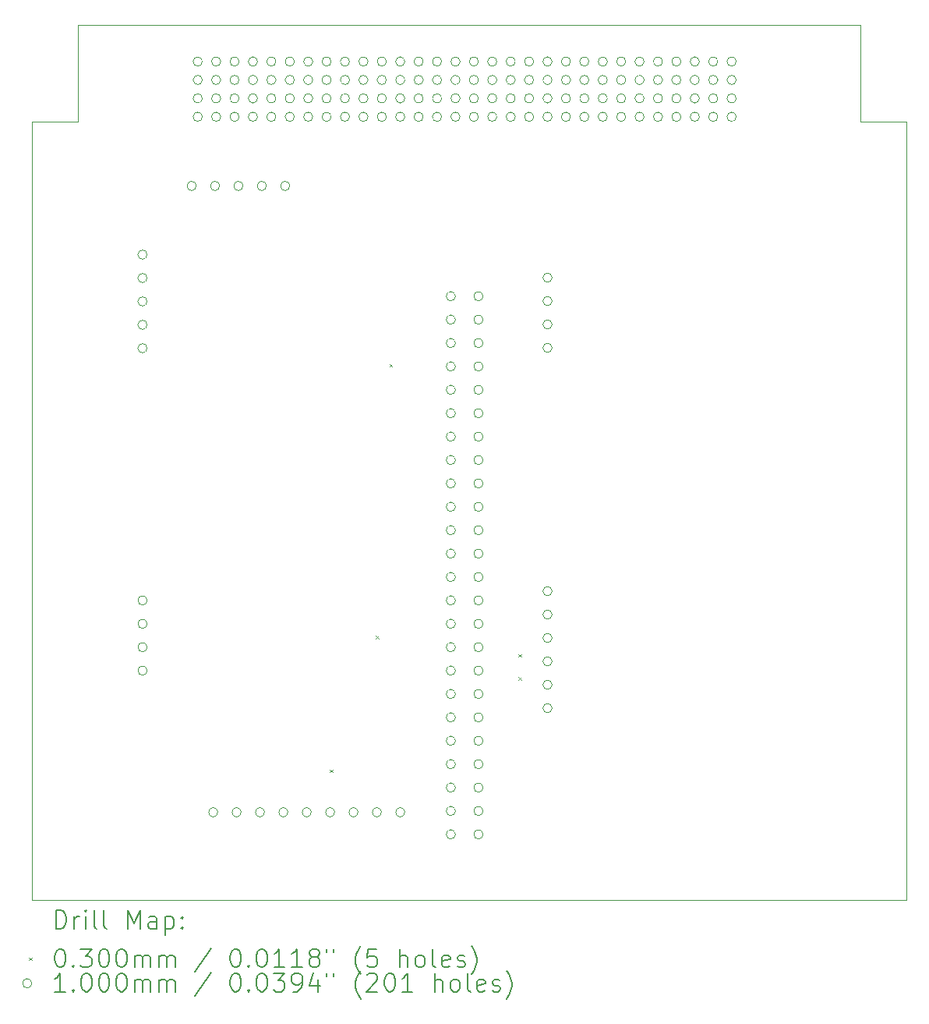
<source format=gbr>
%TF.GenerationSoftware,KiCad,Pcbnew,8.0.0*%
%TF.CreationDate,2025-01-17T00:29:13+02:00*%
%TF.ProjectId,diplomna_2024_sensors_pcb_layout,6469706c-6f6d-46e6-915f-323032345f73,rev?*%
%TF.SameCoordinates,Original*%
%TF.FileFunction,Drillmap*%
%TF.FilePolarity,Positive*%
%FSLAX45Y45*%
G04 Gerber Fmt 4.5, Leading zero omitted, Abs format (unit mm)*
G04 Created by KiCad (PCBNEW 8.0.0) date 2025-01-17 00:29:13*
%MOMM*%
%LPD*%
G01*
G04 APERTURE LIST*
%ADD10C,0.050000*%
%ADD11C,0.200000*%
%ADD12C,0.100000*%
G04 APERTURE END LIST*
D10*
X25200000Y-14550000D02*
X15700000Y-14550000D01*
X24700000Y-5050000D02*
X24700000Y-6100000D01*
X25200000Y-6100000D02*
X25200000Y-14550000D01*
X15700000Y-14550000D02*
X15700000Y-6100000D01*
X16200000Y-6100000D02*
X16200000Y-5050000D01*
X24700000Y-6100000D02*
X25200000Y-6100000D01*
X16200000Y-5050000D02*
X24700000Y-5050000D01*
X15700000Y-6100000D02*
X16200000Y-6100000D01*
D11*
D12*
X18935000Y-13135000D02*
X18965000Y-13165000D01*
X18965000Y-13135000D02*
X18935000Y-13165000D01*
X19435000Y-11685000D02*
X19465000Y-11715000D01*
X19465000Y-11685000D02*
X19435000Y-11715000D01*
X19585000Y-8735000D02*
X19615000Y-8765000D01*
X19615000Y-8735000D02*
X19585000Y-8765000D01*
X20985000Y-11885000D02*
X21015000Y-11915000D01*
X21015000Y-11885000D02*
X20985000Y-11915000D01*
X20985000Y-12135000D02*
X21015000Y-12165000D01*
X21015000Y-12135000D02*
X20985000Y-12165000D01*
X16950000Y-7546000D02*
G75*
G02*
X16850000Y-7546000I-50000J0D01*
G01*
X16850000Y-7546000D02*
G75*
G02*
X16950000Y-7546000I50000J0D01*
G01*
X16950000Y-7800000D02*
G75*
G02*
X16850000Y-7800000I-50000J0D01*
G01*
X16850000Y-7800000D02*
G75*
G02*
X16950000Y-7800000I50000J0D01*
G01*
X16950000Y-8054000D02*
G75*
G02*
X16850000Y-8054000I-50000J0D01*
G01*
X16850000Y-8054000D02*
G75*
G02*
X16950000Y-8054000I50000J0D01*
G01*
X16950000Y-8308000D02*
G75*
G02*
X16850000Y-8308000I-50000J0D01*
G01*
X16850000Y-8308000D02*
G75*
G02*
X16950000Y-8308000I50000J0D01*
G01*
X16950000Y-8562000D02*
G75*
G02*
X16850000Y-8562000I-50000J0D01*
G01*
X16850000Y-8562000D02*
G75*
G02*
X16950000Y-8562000I50000J0D01*
G01*
X16950000Y-11300000D02*
G75*
G02*
X16850000Y-11300000I-50000J0D01*
G01*
X16850000Y-11300000D02*
G75*
G02*
X16950000Y-11300000I50000J0D01*
G01*
X16950000Y-11554000D02*
G75*
G02*
X16850000Y-11554000I-50000J0D01*
G01*
X16850000Y-11554000D02*
G75*
G02*
X16950000Y-11554000I50000J0D01*
G01*
X16950000Y-11808000D02*
G75*
G02*
X16850000Y-11808000I-50000J0D01*
G01*
X16850000Y-11808000D02*
G75*
G02*
X16950000Y-11808000I50000J0D01*
G01*
X16950000Y-12062000D02*
G75*
G02*
X16850000Y-12062000I-50000J0D01*
G01*
X16850000Y-12062000D02*
G75*
G02*
X16950000Y-12062000I50000J0D01*
G01*
X17484000Y-6800000D02*
G75*
G02*
X17384000Y-6800000I-50000J0D01*
G01*
X17384000Y-6800000D02*
G75*
G02*
X17484000Y-6800000I50000J0D01*
G01*
X17550000Y-5450000D02*
G75*
G02*
X17450000Y-5450000I-50000J0D01*
G01*
X17450000Y-5450000D02*
G75*
G02*
X17550000Y-5450000I50000J0D01*
G01*
X17550000Y-5650000D02*
G75*
G02*
X17450000Y-5650000I-50000J0D01*
G01*
X17450000Y-5650000D02*
G75*
G02*
X17550000Y-5650000I50000J0D01*
G01*
X17550000Y-5850000D02*
G75*
G02*
X17450000Y-5850000I-50000J0D01*
G01*
X17450000Y-5850000D02*
G75*
G02*
X17550000Y-5850000I50000J0D01*
G01*
X17550000Y-6050000D02*
G75*
G02*
X17450000Y-6050000I-50000J0D01*
G01*
X17450000Y-6050000D02*
G75*
G02*
X17550000Y-6050000I50000J0D01*
G01*
X17718000Y-13600000D02*
G75*
G02*
X17618000Y-13600000I-50000J0D01*
G01*
X17618000Y-13600000D02*
G75*
G02*
X17718000Y-13600000I50000J0D01*
G01*
X17738000Y-6800000D02*
G75*
G02*
X17638000Y-6800000I-50000J0D01*
G01*
X17638000Y-6800000D02*
G75*
G02*
X17738000Y-6800000I50000J0D01*
G01*
X17750000Y-5450000D02*
G75*
G02*
X17650000Y-5450000I-50000J0D01*
G01*
X17650000Y-5450000D02*
G75*
G02*
X17750000Y-5450000I50000J0D01*
G01*
X17750000Y-5650000D02*
G75*
G02*
X17650000Y-5650000I-50000J0D01*
G01*
X17650000Y-5650000D02*
G75*
G02*
X17750000Y-5650000I50000J0D01*
G01*
X17750000Y-5850000D02*
G75*
G02*
X17650000Y-5850000I-50000J0D01*
G01*
X17650000Y-5850000D02*
G75*
G02*
X17750000Y-5850000I50000J0D01*
G01*
X17750000Y-6050000D02*
G75*
G02*
X17650000Y-6050000I-50000J0D01*
G01*
X17650000Y-6050000D02*
G75*
G02*
X17750000Y-6050000I50000J0D01*
G01*
X17950000Y-5450000D02*
G75*
G02*
X17850000Y-5450000I-50000J0D01*
G01*
X17850000Y-5450000D02*
G75*
G02*
X17950000Y-5450000I50000J0D01*
G01*
X17950000Y-5650000D02*
G75*
G02*
X17850000Y-5650000I-50000J0D01*
G01*
X17850000Y-5650000D02*
G75*
G02*
X17950000Y-5650000I50000J0D01*
G01*
X17950000Y-5850000D02*
G75*
G02*
X17850000Y-5850000I-50000J0D01*
G01*
X17850000Y-5850000D02*
G75*
G02*
X17950000Y-5850000I50000J0D01*
G01*
X17950000Y-6050000D02*
G75*
G02*
X17850000Y-6050000I-50000J0D01*
G01*
X17850000Y-6050000D02*
G75*
G02*
X17950000Y-6050000I50000J0D01*
G01*
X17972000Y-13600000D02*
G75*
G02*
X17872000Y-13600000I-50000J0D01*
G01*
X17872000Y-13600000D02*
G75*
G02*
X17972000Y-13600000I50000J0D01*
G01*
X17992000Y-6800000D02*
G75*
G02*
X17892000Y-6800000I-50000J0D01*
G01*
X17892000Y-6800000D02*
G75*
G02*
X17992000Y-6800000I50000J0D01*
G01*
X18150000Y-5450000D02*
G75*
G02*
X18050000Y-5450000I-50000J0D01*
G01*
X18050000Y-5450000D02*
G75*
G02*
X18150000Y-5450000I50000J0D01*
G01*
X18150000Y-5650000D02*
G75*
G02*
X18050000Y-5650000I-50000J0D01*
G01*
X18050000Y-5650000D02*
G75*
G02*
X18150000Y-5650000I50000J0D01*
G01*
X18150000Y-5850000D02*
G75*
G02*
X18050000Y-5850000I-50000J0D01*
G01*
X18050000Y-5850000D02*
G75*
G02*
X18150000Y-5850000I50000J0D01*
G01*
X18150000Y-6050000D02*
G75*
G02*
X18050000Y-6050000I-50000J0D01*
G01*
X18050000Y-6050000D02*
G75*
G02*
X18150000Y-6050000I50000J0D01*
G01*
X18226000Y-13600000D02*
G75*
G02*
X18126000Y-13600000I-50000J0D01*
G01*
X18126000Y-13600000D02*
G75*
G02*
X18226000Y-13600000I50000J0D01*
G01*
X18246000Y-6800000D02*
G75*
G02*
X18146000Y-6800000I-50000J0D01*
G01*
X18146000Y-6800000D02*
G75*
G02*
X18246000Y-6800000I50000J0D01*
G01*
X18350000Y-5450000D02*
G75*
G02*
X18250000Y-5450000I-50000J0D01*
G01*
X18250000Y-5450000D02*
G75*
G02*
X18350000Y-5450000I50000J0D01*
G01*
X18350000Y-5650000D02*
G75*
G02*
X18250000Y-5650000I-50000J0D01*
G01*
X18250000Y-5650000D02*
G75*
G02*
X18350000Y-5650000I50000J0D01*
G01*
X18350000Y-5850000D02*
G75*
G02*
X18250000Y-5850000I-50000J0D01*
G01*
X18250000Y-5850000D02*
G75*
G02*
X18350000Y-5850000I50000J0D01*
G01*
X18350000Y-6050000D02*
G75*
G02*
X18250000Y-6050000I-50000J0D01*
G01*
X18250000Y-6050000D02*
G75*
G02*
X18350000Y-6050000I50000J0D01*
G01*
X18480000Y-13600000D02*
G75*
G02*
X18380000Y-13600000I-50000J0D01*
G01*
X18380000Y-13600000D02*
G75*
G02*
X18480000Y-13600000I50000J0D01*
G01*
X18500000Y-6800000D02*
G75*
G02*
X18400000Y-6800000I-50000J0D01*
G01*
X18400000Y-6800000D02*
G75*
G02*
X18500000Y-6800000I50000J0D01*
G01*
X18550000Y-5450000D02*
G75*
G02*
X18450000Y-5450000I-50000J0D01*
G01*
X18450000Y-5450000D02*
G75*
G02*
X18550000Y-5450000I50000J0D01*
G01*
X18550000Y-5650000D02*
G75*
G02*
X18450000Y-5650000I-50000J0D01*
G01*
X18450000Y-5650000D02*
G75*
G02*
X18550000Y-5650000I50000J0D01*
G01*
X18550000Y-5850000D02*
G75*
G02*
X18450000Y-5850000I-50000J0D01*
G01*
X18450000Y-5850000D02*
G75*
G02*
X18550000Y-5850000I50000J0D01*
G01*
X18550000Y-6050000D02*
G75*
G02*
X18450000Y-6050000I-50000J0D01*
G01*
X18450000Y-6050000D02*
G75*
G02*
X18550000Y-6050000I50000J0D01*
G01*
X18734000Y-13600000D02*
G75*
G02*
X18634000Y-13600000I-50000J0D01*
G01*
X18634000Y-13600000D02*
G75*
G02*
X18734000Y-13600000I50000J0D01*
G01*
X18750000Y-5450000D02*
G75*
G02*
X18650000Y-5450000I-50000J0D01*
G01*
X18650000Y-5450000D02*
G75*
G02*
X18750000Y-5450000I50000J0D01*
G01*
X18750000Y-5650000D02*
G75*
G02*
X18650000Y-5650000I-50000J0D01*
G01*
X18650000Y-5650000D02*
G75*
G02*
X18750000Y-5650000I50000J0D01*
G01*
X18750000Y-5850000D02*
G75*
G02*
X18650000Y-5850000I-50000J0D01*
G01*
X18650000Y-5850000D02*
G75*
G02*
X18750000Y-5850000I50000J0D01*
G01*
X18750000Y-6050000D02*
G75*
G02*
X18650000Y-6050000I-50000J0D01*
G01*
X18650000Y-6050000D02*
G75*
G02*
X18750000Y-6050000I50000J0D01*
G01*
X18950000Y-5450000D02*
G75*
G02*
X18850000Y-5450000I-50000J0D01*
G01*
X18850000Y-5450000D02*
G75*
G02*
X18950000Y-5450000I50000J0D01*
G01*
X18950000Y-5650000D02*
G75*
G02*
X18850000Y-5650000I-50000J0D01*
G01*
X18850000Y-5650000D02*
G75*
G02*
X18950000Y-5650000I50000J0D01*
G01*
X18950000Y-5850000D02*
G75*
G02*
X18850000Y-5850000I-50000J0D01*
G01*
X18850000Y-5850000D02*
G75*
G02*
X18950000Y-5850000I50000J0D01*
G01*
X18950000Y-6050000D02*
G75*
G02*
X18850000Y-6050000I-50000J0D01*
G01*
X18850000Y-6050000D02*
G75*
G02*
X18950000Y-6050000I50000J0D01*
G01*
X18988000Y-13600000D02*
G75*
G02*
X18888000Y-13600000I-50000J0D01*
G01*
X18888000Y-13600000D02*
G75*
G02*
X18988000Y-13600000I50000J0D01*
G01*
X19150000Y-5450000D02*
G75*
G02*
X19050000Y-5450000I-50000J0D01*
G01*
X19050000Y-5450000D02*
G75*
G02*
X19150000Y-5450000I50000J0D01*
G01*
X19150000Y-5650000D02*
G75*
G02*
X19050000Y-5650000I-50000J0D01*
G01*
X19050000Y-5650000D02*
G75*
G02*
X19150000Y-5650000I50000J0D01*
G01*
X19150000Y-5850000D02*
G75*
G02*
X19050000Y-5850000I-50000J0D01*
G01*
X19050000Y-5850000D02*
G75*
G02*
X19150000Y-5850000I50000J0D01*
G01*
X19150000Y-6050000D02*
G75*
G02*
X19050000Y-6050000I-50000J0D01*
G01*
X19050000Y-6050000D02*
G75*
G02*
X19150000Y-6050000I50000J0D01*
G01*
X19242000Y-13600000D02*
G75*
G02*
X19142000Y-13600000I-50000J0D01*
G01*
X19142000Y-13600000D02*
G75*
G02*
X19242000Y-13600000I50000J0D01*
G01*
X19350000Y-5450000D02*
G75*
G02*
X19250000Y-5450000I-50000J0D01*
G01*
X19250000Y-5450000D02*
G75*
G02*
X19350000Y-5450000I50000J0D01*
G01*
X19350000Y-5650000D02*
G75*
G02*
X19250000Y-5650000I-50000J0D01*
G01*
X19250000Y-5650000D02*
G75*
G02*
X19350000Y-5650000I50000J0D01*
G01*
X19350000Y-5850000D02*
G75*
G02*
X19250000Y-5850000I-50000J0D01*
G01*
X19250000Y-5850000D02*
G75*
G02*
X19350000Y-5850000I50000J0D01*
G01*
X19350000Y-6050000D02*
G75*
G02*
X19250000Y-6050000I-50000J0D01*
G01*
X19250000Y-6050000D02*
G75*
G02*
X19350000Y-6050000I50000J0D01*
G01*
X19496000Y-13600000D02*
G75*
G02*
X19396000Y-13600000I-50000J0D01*
G01*
X19396000Y-13600000D02*
G75*
G02*
X19496000Y-13600000I50000J0D01*
G01*
X19550000Y-5450000D02*
G75*
G02*
X19450000Y-5450000I-50000J0D01*
G01*
X19450000Y-5450000D02*
G75*
G02*
X19550000Y-5450000I50000J0D01*
G01*
X19550000Y-5650000D02*
G75*
G02*
X19450000Y-5650000I-50000J0D01*
G01*
X19450000Y-5650000D02*
G75*
G02*
X19550000Y-5650000I50000J0D01*
G01*
X19550000Y-5850000D02*
G75*
G02*
X19450000Y-5850000I-50000J0D01*
G01*
X19450000Y-5850000D02*
G75*
G02*
X19550000Y-5850000I50000J0D01*
G01*
X19550000Y-6050000D02*
G75*
G02*
X19450000Y-6050000I-50000J0D01*
G01*
X19450000Y-6050000D02*
G75*
G02*
X19550000Y-6050000I50000J0D01*
G01*
X19750000Y-5450000D02*
G75*
G02*
X19650000Y-5450000I-50000J0D01*
G01*
X19650000Y-5450000D02*
G75*
G02*
X19750000Y-5450000I50000J0D01*
G01*
X19750000Y-5650000D02*
G75*
G02*
X19650000Y-5650000I-50000J0D01*
G01*
X19650000Y-5650000D02*
G75*
G02*
X19750000Y-5650000I50000J0D01*
G01*
X19750000Y-5850000D02*
G75*
G02*
X19650000Y-5850000I-50000J0D01*
G01*
X19650000Y-5850000D02*
G75*
G02*
X19750000Y-5850000I50000J0D01*
G01*
X19750000Y-6050000D02*
G75*
G02*
X19650000Y-6050000I-50000J0D01*
G01*
X19650000Y-6050000D02*
G75*
G02*
X19750000Y-6050000I50000J0D01*
G01*
X19750000Y-13600000D02*
G75*
G02*
X19650000Y-13600000I-50000J0D01*
G01*
X19650000Y-13600000D02*
G75*
G02*
X19750000Y-13600000I50000J0D01*
G01*
X19950000Y-5450000D02*
G75*
G02*
X19850000Y-5450000I-50000J0D01*
G01*
X19850000Y-5450000D02*
G75*
G02*
X19950000Y-5450000I50000J0D01*
G01*
X19950000Y-5650000D02*
G75*
G02*
X19850000Y-5650000I-50000J0D01*
G01*
X19850000Y-5650000D02*
G75*
G02*
X19950000Y-5650000I50000J0D01*
G01*
X19950000Y-5850000D02*
G75*
G02*
X19850000Y-5850000I-50000J0D01*
G01*
X19850000Y-5850000D02*
G75*
G02*
X19950000Y-5850000I50000J0D01*
G01*
X19950000Y-6050000D02*
G75*
G02*
X19850000Y-6050000I-50000J0D01*
G01*
X19850000Y-6050000D02*
G75*
G02*
X19950000Y-6050000I50000J0D01*
G01*
X20150000Y-5450000D02*
G75*
G02*
X20050000Y-5450000I-50000J0D01*
G01*
X20050000Y-5450000D02*
G75*
G02*
X20150000Y-5450000I50000J0D01*
G01*
X20150000Y-5650000D02*
G75*
G02*
X20050000Y-5650000I-50000J0D01*
G01*
X20050000Y-5650000D02*
G75*
G02*
X20150000Y-5650000I50000J0D01*
G01*
X20150000Y-5850000D02*
G75*
G02*
X20050000Y-5850000I-50000J0D01*
G01*
X20050000Y-5850000D02*
G75*
G02*
X20150000Y-5850000I50000J0D01*
G01*
X20150000Y-6050000D02*
G75*
G02*
X20050000Y-6050000I-50000J0D01*
G01*
X20050000Y-6050000D02*
G75*
G02*
X20150000Y-6050000I50000J0D01*
G01*
X20300000Y-7998000D02*
G75*
G02*
X20200000Y-7998000I-50000J0D01*
G01*
X20200000Y-7998000D02*
G75*
G02*
X20300000Y-7998000I50000J0D01*
G01*
X20300000Y-8252000D02*
G75*
G02*
X20200000Y-8252000I-50000J0D01*
G01*
X20200000Y-8252000D02*
G75*
G02*
X20300000Y-8252000I50000J0D01*
G01*
X20300000Y-8506000D02*
G75*
G02*
X20200000Y-8506000I-50000J0D01*
G01*
X20200000Y-8506000D02*
G75*
G02*
X20300000Y-8506000I50000J0D01*
G01*
X20300000Y-8760000D02*
G75*
G02*
X20200000Y-8760000I-50000J0D01*
G01*
X20200000Y-8760000D02*
G75*
G02*
X20300000Y-8760000I50000J0D01*
G01*
X20300000Y-9014000D02*
G75*
G02*
X20200000Y-9014000I-50000J0D01*
G01*
X20200000Y-9014000D02*
G75*
G02*
X20300000Y-9014000I50000J0D01*
G01*
X20300000Y-9268000D02*
G75*
G02*
X20200000Y-9268000I-50000J0D01*
G01*
X20200000Y-9268000D02*
G75*
G02*
X20300000Y-9268000I50000J0D01*
G01*
X20300000Y-9522000D02*
G75*
G02*
X20200000Y-9522000I-50000J0D01*
G01*
X20200000Y-9522000D02*
G75*
G02*
X20300000Y-9522000I50000J0D01*
G01*
X20300000Y-9776000D02*
G75*
G02*
X20200000Y-9776000I-50000J0D01*
G01*
X20200000Y-9776000D02*
G75*
G02*
X20300000Y-9776000I50000J0D01*
G01*
X20300000Y-10030000D02*
G75*
G02*
X20200000Y-10030000I-50000J0D01*
G01*
X20200000Y-10030000D02*
G75*
G02*
X20300000Y-10030000I50000J0D01*
G01*
X20300000Y-10284000D02*
G75*
G02*
X20200000Y-10284000I-50000J0D01*
G01*
X20200000Y-10284000D02*
G75*
G02*
X20300000Y-10284000I50000J0D01*
G01*
X20300000Y-10538000D02*
G75*
G02*
X20200000Y-10538000I-50000J0D01*
G01*
X20200000Y-10538000D02*
G75*
G02*
X20300000Y-10538000I50000J0D01*
G01*
X20300000Y-10792000D02*
G75*
G02*
X20200000Y-10792000I-50000J0D01*
G01*
X20200000Y-10792000D02*
G75*
G02*
X20300000Y-10792000I50000J0D01*
G01*
X20300000Y-11046000D02*
G75*
G02*
X20200000Y-11046000I-50000J0D01*
G01*
X20200000Y-11046000D02*
G75*
G02*
X20300000Y-11046000I50000J0D01*
G01*
X20300000Y-11300000D02*
G75*
G02*
X20200000Y-11300000I-50000J0D01*
G01*
X20200000Y-11300000D02*
G75*
G02*
X20300000Y-11300000I50000J0D01*
G01*
X20300000Y-11554000D02*
G75*
G02*
X20200000Y-11554000I-50000J0D01*
G01*
X20200000Y-11554000D02*
G75*
G02*
X20300000Y-11554000I50000J0D01*
G01*
X20300000Y-11808000D02*
G75*
G02*
X20200000Y-11808000I-50000J0D01*
G01*
X20200000Y-11808000D02*
G75*
G02*
X20300000Y-11808000I50000J0D01*
G01*
X20300000Y-12062000D02*
G75*
G02*
X20200000Y-12062000I-50000J0D01*
G01*
X20200000Y-12062000D02*
G75*
G02*
X20300000Y-12062000I50000J0D01*
G01*
X20300000Y-12316000D02*
G75*
G02*
X20200000Y-12316000I-50000J0D01*
G01*
X20200000Y-12316000D02*
G75*
G02*
X20300000Y-12316000I50000J0D01*
G01*
X20300000Y-12570000D02*
G75*
G02*
X20200000Y-12570000I-50000J0D01*
G01*
X20200000Y-12570000D02*
G75*
G02*
X20300000Y-12570000I50000J0D01*
G01*
X20300000Y-12824000D02*
G75*
G02*
X20200000Y-12824000I-50000J0D01*
G01*
X20200000Y-12824000D02*
G75*
G02*
X20300000Y-12824000I50000J0D01*
G01*
X20300000Y-13078000D02*
G75*
G02*
X20200000Y-13078000I-50000J0D01*
G01*
X20200000Y-13078000D02*
G75*
G02*
X20300000Y-13078000I50000J0D01*
G01*
X20300000Y-13332000D02*
G75*
G02*
X20200000Y-13332000I-50000J0D01*
G01*
X20200000Y-13332000D02*
G75*
G02*
X20300000Y-13332000I50000J0D01*
G01*
X20300000Y-13586000D02*
G75*
G02*
X20200000Y-13586000I-50000J0D01*
G01*
X20200000Y-13586000D02*
G75*
G02*
X20300000Y-13586000I50000J0D01*
G01*
X20300000Y-13840000D02*
G75*
G02*
X20200000Y-13840000I-50000J0D01*
G01*
X20200000Y-13840000D02*
G75*
G02*
X20300000Y-13840000I50000J0D01*
G01*
X20350000Y-5450000D02*
G75*
G02*
X20250000Y-5450000I-50000J0D01*
G01*
X20250000Y-5450000D02*
G75*
G02*
X20350000Y-5450000I50000J0D01*
G01*
X20350000Y-5650000D02*
G75*
G02*
X20250000Y-5650000I-50000J0D01*
G01*
X20250000Y-5650000D02*
G75*
G02*
X20350000Y-5650000I50000J0D01*
G01*
X20350000Y-5850000D02*
G75*
G02*
X20250000Y-5850000I-50000J0D01*
G01*
X20250000Y-5850000D02*
G75*
G02*
X20350000Y-5850000I50000J0D01*
G01*
X20350000Y-6050000D02*
G75*
G02*
X20250000Y-6050000I-50000J0D01*
G01*
X20250000Y-6050000D02*
G75*
G02*
X20350000Y-6050000I50000J0D01*
G01*
X20550000Y-5450000D02*
G75*
G02*
X20450000Y-5450000I-50000J0D01*
G01*
X20450000Y-5450000D02*
G75*
G02*
X20550000Y-5450000I50000J0D01*
G01*
X20550000Y-5650000D02*
G75*
G02*
X20450000Y-5650000I-50000J0D01*
G01*
X20450000Y-5650000D02*
G75*
G02*
X20550000Y-5650000I50000J0D01*
G01*
X20550000Y-5850000D02*
G75*
G02*
X20450000Y-5850000I-50000J0D01*
G01*
X20450000Y-5850000D02*
G75*
G02*
X20550000Y-5850000I50000J0D01*
G01*
X20550000Y-6050000D02*
G75*
G02*
X20450000Y-6050000I-50000J0D01*
G01*
X20450000Y-6050000D02*
G75*
G02*
X20550000Y-6050000I50000J0D01*
G01*
X20600000Y-7998000D02*
G75*
G02*
X20500000Y-7998000I-50000J0D01*
G01*
X20500000Y-7998000D02*
G75*
G02*
X20600000Y-7998000I50000J0D01*
G01*
X20600000Y-8252000D02*
G75*
G02*
X20500000Y-8252000I-50000J0D01*
G01*
X20500000Y-8252000D02*
G75*
G02*
X20600000Y-8252000I50000J0D01*
G01*
X20600000Y-8506000D02*
G75*
G02*
X20500000Y-8506000I-50000J0D01*
G01*
X20500000Y-8506000D02*
G75*
G02*
X20600000Y-8506000I50000J0D01*
G01*
X20600000Y-8760000D02*
G75*
G02*
X20500000Y-8760000I-50000J0D01*
G01*
X20500000Y-8760000D02*
G75*
G02*
X20600000Y-8760000I50000J0D01*
G01*
X20600000Y-9014000D02*
G75*
G02*
X20500000Y-9014000I-50000J0D01*
G01*
X20500000Y-9014000D02*
G75*
G02*
X20600000Y-9014000I50000J0D01*
G01*
X20600000Y-9268000D02*
G75*
G02*
X20500000Y-9268000I-50000J0D01*
G01*
X20500000Y-9268000D02*
G75*
G02*
X20600000Y-9268000I50000J0D01*
G01*
X20600000Y-9522000D02*
G75*
G02*
X20500000Y-9522000I-50000J0D01*
G01*
X20500000Y-9522000D02*
G75*
G02*
X20600000Y-9522000I50000J0D01*
G01*
X20600000Y-9776000D02*
G75*
G02*
X20500000Y-9776000I-50000J0D01*
G01*
X20500000Y-9776000D02*
G75*
G02*
X20600000Y-9776000I50000J0D01*
G01*
X20600000Y-10030000D02*
G75*
G02*
X20500000Y-10030000I-50000J0D01*
G01*
X20500000Y-10030000D02*
G75*
G02*
X20600000Y-10030000I50000J0D01*
G01*
X20600000Y-10284000D02*
G75*
G02*
X20500000Y-10284000I-50000J0D01*
G01*
X20500000Y-10284000D02*
G75*
G02*
X20600000Y-10284000I50000J0D01*
G01*
X20600000Y-10538000D02*
G75*
G02*
X20500000Y-10538000I-50000J0D01*
G01*
X20500000Y-10538000D02*
G75*
G02*
X20600000Y-10538000I50000J0D01*
G01*
X20600000Y-10792000D02*
G75*
G02*
X20500000Y-10792000I-50000J0D01*
G01*
X20500000Y-10792000D02*
G75*
G02*
X20600000Y-10792000I50000J0D01*
G01*
X20600000Y-11046000D02*
G75*
G02*
X20500000Y-11046000I-50000J0D01*
G01*
X20500000Y-11046000D02*
G75*
G02*
X20600000Y-11046000I50000J0D01*
G01*
X20600000Y-11300000D02*
G75*
G02*
X20500000Y-11300000I-50000J0D01*
G01*
X20500000Y-11300000D02*
G75*
G02*
X20600000Y-11300000I50000J0D01*
G01*
X20600000Y-11554000D02*
G75*
G02*
X20500000Y-11554000I-50000J0D01*
G01*
X20500000Y-11554000D02*
G75*
G02*
X20600000Y-11554000I50000J0D01*
G01*
X20600000Y-11808000D02*
G75*
G02*
X20500000Y-11808000I-50000J0D01*
G01*
X20500000Y-11808000D02*
G75*
G02*
X20600000Y-11808000I50000J0D01*
G01*
X20600000Y-12062000D02*
G75*
G02*
X20500000Y-12062000I-50000J0D01*
G01*
X20500000Y-12062000D02*
G75*
G02*
X20600000Y-12062000I50000J0D01*
G01*
X20600000Y-12316000D02*
G75*
G02*
X20500000Y-12316000I-50000J0D01*
G01*
X20500000Y-12316000D02*
G75*
G02*
X20600000Y-12316000I50000J0D01*
G01*
X20600000Y-12570000D02*
G75*
G02*
X20500000Y-12570000I-50000J0D01*
G01*
X20500000Y-12570000D02*
G75*
G02*
X20600000Y-12570000I50000J0D01*
G01*
X20600000Y-12824000D02*
G75*
G02*
X20500000Y-12824000I-50000J0D01*
G01*
X20500000Y-12824000D02*
G75*
G02*
X20600000Y-12824000I50000J0D01*
G01*
X20600000Y-13078000D02*
G75*
G02*
X20500000Y-13078000I-50000J0D01*
G01*
X20500000Y-13078000D02*
G75*
G02*
X20600000Y-13078000I50000J0D01*
G01*
X20600000Y-13332000D02*
G75*
G02*
X20500000Y-13332000I-50000J0D01*
G01*
X20500000Y-13332000D02*
G75*
G02*
X20600000Y-13332000I50000J0D01*
G01*
X20600000Y-13586000D02*
G75*
G02*
X20500000Y-13586000I-50000J0D01*
G01*
X20500000Y-13586000D02*
G75*
G02*
X20600000Y-13586000I50000J0D01*
G01*
X20600000Y-13840000D02*
G75*
G02*
X20500000Y-13840000I-50000J0D01*
G01*
X20500000Y-13840000D02*
G75*
G02*
X20600000Y-13840000I50000J0D01*
G01*
X20750000Y-5450000D02*
G75*
G02*
X20650000Y-5450000I-50000J0D01*
G01*
X20650000Y-5450000D02*
G75*
G02*
X20750000Y-5450000I50000J0D01*
G01*
X20750000Y-5650000D02*
G75*
G02*
X20650000Y-5650000I-50000J0D01*
G01*
X20650000Y-5650000D02*
G75*
G02*
X20750000Y-5650000I50000J0D01*
G01*
X20750000Y-5850000D02*
G75*
G02*
X20650000Y-5850000I-50000J0D01*
G01*
X20650000Y-5850000D02*
G75*
G02*
X20750000Y-5850000I50000J0D01*
G01*
X20750000Y-6050000D02*
G75*
G02*
X20650000Y-6050000I-50000J0D01*
G01*
X20650000Y-6050000D02*
G75*
G02*
X20750000Y-6050000I50000J0D01*
G01*
X20950000Y-5450000D02*
G75*
G02*
X20850000Y-5450000I-50000J0D01*
G01*
X20850000Y-5450000D02*
G75*
G02*
X20950000Y-5450000I50000J0D01*
G01*
X20950000Y-5650000D02*
G75*
G02*
X20850000Y-5650000I-50000J0D01*
G01*
X20850000Y-5650000D02*
G75*
G02*
X20950000Y-5650000I50000J0D01*
G01*
X20950000Y-5850000D02*
G75*
G02*
X20850000Y-5850000I-50000J0D01*
G01*
X20850000Y-5850000D02*
G75*
G02*
X20950000Y-5850000I50000J0D01*
G01*
X20950000Y-6050000D02*
G75*
G02*
X20850000Y-6050000I-50000J0D01*
G01*
X20850000Y-6050000D02*
G75*
G02*
X20950000Y-6050000I50000J0D01*
G01*
X21150000Y-5450000D02*
G75*
G02*
X21050000Y-5450000I-50000J0D01*
G01*
X21050000Y-5450000D02*
G75*
G02*
X21150000Y-5450000I50000J0D01*
G01*
X21150000Y-5650000D02*
G75*
G02*
X21050000Y-5650000I-50000J0D01*
G01*
X21050000Y-5650000D02*
G75*
G02*
X21150000Y-5650000I50000J0D01*
G01*
X21150000Y-5850000D02*
G75*
G02*
X21050000Y-5850000I-50000J0D01*
G01*
X21050000Y-5850000D02*
G75*
G02*
X21150000Y-5850000I50000J0D01*
G01*
X21150000Y-6050000D02*
G75*
G02*
X21050000Y-6050000I-50000J0D01*
G01*
X21050000Y-6050000D02*
G75*
G02*
X21150000Y-6050000I50000J0D01*
G01*
X21350000Y-5450000D02*
G75*
G02*
X21250000Y-5450000I-50000J0D01*
G01*
X21250000Y-5450000D02*
G75*
G02*
X21350000Y-5450000I50000J0D01*
G01*
X21350000Y-5650000D02*
G75*
G02*
X21250000Y-5650000I-50000J0D01*
G01*
X21250000Y-5650000D02*
G75*
G02*
X21350000Y-5650000I50000J0D01*
G01*
X21350000Y-5850000D02*
G75*
G02*
X21250000Y-5850000I-50000J0D01*
G01*
X21250000Y-5850000D02*
G75*
G02*
X21350000Y-5850000I50000J0D01*
G01*
X21350000Y-6050000D02*
G75*
G02*
X21250000Y-6050000I-50000J0D01*
G01*
X21250000Y-6050000D02*
G75*
G02*
X21350000Y-6050000I50000J0D01*
G01*
X21350000Y-7796000D02*
G75*
G02*
X21250000Y-7796000I-50000J0D01*
G01*
X21250000Y-7796000D02*
G75*
G02*
X21350000Y-7796000I50000J0D01*
G01*
X21350000Y-8050000D02*
G75*
G02*
X21250000Y-8050000I-50000J0D01*
G01*
X21250000Y-8050000D02*
G75*
G02*
X21350000Y-8050000I50000J0D01*
G01*
X21350000Y-8304000D02*
G75*
G02*
X21250000Y-8304000I-50000J0D01*
G01*
X21250000Y-8304000D02*
G75*
G02*
X21350000Y-8304000I50000J0D01*
G01*
X21350000Y-8558000D02*
G75*
G02*
X21250000Y-8558000I-50000J0D01*
G01*
X21250000Y-8558000D02*
G75*
G02*
X21350000Y-8558000I50000J0D01*
G01*
X21350000Y-11200000D02*
G75*
G02*
X21250000Y-11200000I-50000J0D01*
G01*
X21250000Y-11200000D02*
G75*
G02*
X21350000Y-11200000I50000J0D01*
G01*
X21350000Y-11454000D02*
G75*
G02*
X21250000Y-11454000I-50000J0D01*
G01*
X21250000Y-11454000D02*
G75*
G02*
X21350000Y-11454000I50000J0D01*
G01*
X21350000Y-11708000D02*
G75*
G02*
X21250000Y-11708000I-50000J0D01*
G01*
X21250000Y-11708000D02*
G75*
G02*
X21350000Y-11708000I50000J0D01*
G01*
X21350000Y-11962000D02*
G75*
G02*
X21250000Y-11962000I-50000J0D01*
G01*
X21250000Y-11962000D02*
G75*
G02*
X21350000Y-11962000I50000J0D01*
G01*
X21350000Y-12216000D02*
G75*
G02*
X21250000Y-12216000I-50000J0D01*
G01*
X21250000Y-12216000D02*
G75*
G02*
X21350000Y-12216000I50000J0D01*
G01*
X21350000Y-12470000D02*
G75*
G02*
X21250000Y-12470000I-50000J0D01*
G01*
X21250000Y-12470000D02*
G75*
G02*
X21350000Y-12470000I50000J0D01*
G01*
X21550000Y-5450000D02*
G75*
G02*
X21450000Y-5450000I-50000J0D01*
G01*
X21450000Y-5450000D02*
G75*
G02*
X21550000Y-5450000I50000J0D01*
G01*
X21550000Y-5650000D02*
G75*
G02*
X21450000Y-5650000I-50000J0D01*
G01*
X21450000Y-5650000D02*
G75*
G02*
X21550000Y-5650000I50000J0D01*
G01*
X21550000Y-5850000D02*
G75*
G02*
X21450000Y-5850000I-50000J0D01*
G01*
X21450000Y-5850000D02*
G75*
G02*
X21550000Y-5850000I50000J0D01*
G01*
X21550000Y-6050000D02*
G75*
G02*
X21450000Y-6050000I-50000J0D01*
G01*
X21450000Y-6050000D02*
G75*
G02*
X21550000Y-6050000I50000J0D01*
G01*
X21750000Y-5450000D02*
G75*
G02*
X21650000Y-5450000I-50000J0D01*
G01*
X21650000Y-5450000D02*
G75*
G02*
X21750000Y-5450000I50000J0D01*
G01*
X21750000Y-5650000D02*
G75*
G02*
X21650000Y-5650000I-50000J0D01*
G01*
X21650000Y-5650000D02*
G75*
G02*
X21750000Y-5650000I50000J0D01*
G01*
X21750000Y-5850000D02*
G75*
G02*
X21650000Y-5850000I-50000J0D01*
G01*
X21650000Y-5850000D02*
G75*
G02*
X21750000Y-5850000I50000J0D01*
G01*
X21750000Y-6050000D02*
G75*
G02*
X21650000Y-6050000I-50000J0D01*
G01*
X21650000Y-6050000D02*
G75*
G02*
X21750000Y-6050000I50000J0D01*
G01*
X21950000Y-5450000D02*
G75*
G02*
X21850000Y-5450000I-50000J0D01*
G01*
X21850000Y-5450000D02*
G75*
G02*
X21950000Y-5450000I50000J0D01*
G01*
X21950000Y-5650000D02*
G75*
G02*
X21850000Y-5650000I-50000J0D01*
G01*
X21850000Y-5650000D02*
G75*
G02*
X21950000Y-5650000I50000J0D01*
G01*
X21950000Y-5850000D02*
G75*
G02*
X21850000Y-5850000I-50000J0D01*
G01*
X21850000Y-5850000D02*
G75*
G02*
X21950000Y-5850000I50000J0D01*
G01*
X21950000Y-6050000D02*
G75*
G02*
X21850000Y-6050000I-50000J0D01*
G01*
X21850000Y-6050000D02*
G75*
G02*
X21950000Y-6050000I50000J0D01*
G01*
X22150000Y-5450000D02*
G75*
G02*
X22050000Y-5450000I-50000J0D01*
G01*
X22050000Y-5450000D02*
G75*
G02*
X22150000Y-5450000I50000J0D01*
G01*
X22150000Y-5650000D02*
G75*
G02*
X22050000Y-5650000I-50000J0D01*
G01*
X22050000Y-5650000D02*
G75*
G02*
X22150000Y-5650000I50000J0D01*
G01*
X22150000Y-5850000D02*
G75*
G02*
X22050000Y-5850000I-50000J0D01*
G01*
X22050000Y-5850000D02*
G75*
G02*
X22150000Y-5850000I50000J0D01*
G01*
X22150000Y-6050000D02*
G75*
G02*
X22050000Y-6050000I-50000J0D01*
G01*
X22050000Y-6050000D02*
G75*
G02*
X22150000Y-6050000I50000J0D01*
G01*
X22350000Y-5450000D02*
G75*
G02*
X22250000Y-5450000I-50000J0D01*
G01*
X22250000Y-5450000D02*
G75*
G02*
X22350000Y-5450000I50000J0D01*
G01*
X22350000Y-5650000D02*
G75*
G02*
X22250000Y-5650000I-50000J0D01*
G01*
X22250000Y-5650000D02*
G75*
G02*
X22350000Y-5650000I50000J0D01*
G01*
X22350000Y-5850000D02*
G75*
G02*
X22250000Y-5850000I-50000J0D01*
G01*
X22250000Y-5850000D02*
G75*
G02*
X22350000Y-5850000I50000J0D01*
G01*
X22350000Y-6050000D02*
G75*
G02*
X22250000Y-6050000I-50000J0D01*
G01*
X22250000Y-6050000D02*
G75*
G02*
X22350000Y-6050000I50000J0D01*
G01*
X22550000Y-5450000D02*
G75*
G02*
X22450000Y-5450000I-50000J0D01*
G01*
X22450000Y-5450000D02*
G75*
G02*
X22550000Y-5450000I50000J0D01*
G01*
X22550000Y-5650000D02*
G75*
G02*
X22450000Y-5650000I-50000J0D01*
G01*
X22450000Y-5650000D02*
G75*
G02*
X22550000Y-5650000I50000J0D01*
G01*
X22550000Y-5850000D02*
G75*
G02*
X22450000Y-5850000I-50000J0D01*
G01*
X22450000Y-5850000D02*
G75*
G02*
X22550000Y-5850000I50000J0D01*
G01*
X22550000Y-6050000D02*
G75*
G02*
X22450000Y-6050000I-50000J0D01*
G01*
X22450000Y-6050000D02*
G75*
G02*
X22550000Y-6050000I50000J0D01*
G01*
X22750000Y-5450000D02*
G75*
G02*
X22650000Y-5450000I-50000J0D01*
G01*
X22650000Y-5450000D02*
G75*
G02*
X22750000Y-5450000I50000J0D01*
G01*
X22750000Y-5650000D02*
G75*
G02*
X22650000Y-5650000I-50000J0D01*
G01*
X22650000Y-5650000D02*
G75*
G02*
X22750000Y-5650000I50000J0D01*
G01*
X22750000Y-5850000D02*
G75*
G02*
X22650000Y-5850000I-50000J0D01*
G01*
X22650000Y-5850000D02*
G75*
G02*
X22750000Y-5850000I50000J0D01*
G01*
X22750000Y-6050000D02*
G75*
G02*
X22650000Y-6050000I-50000J0D01*
G01*
X22650000Y-6050000D02*
G75*
G02*
X22750000Y-6050000I50000J0D01*
G01*
X22950000Y-5450000D02*
G75*
G02*
X22850000Y-5450000I-50000J0D01*
G01*
X22850000Y-5450000D02*
G75*
G02*
X22950000Y-5450000I50000J0D01*
G01*
X22950000Y-5650000D02*
G75*
G02*
X22850000Y-5650000I-50000J0D01*
G01*
X22850000Y-5650000D02*
G75*
G02*
X22950000Y-5650000I50000J0D01*
G01*
X22950000Y-5850000D02*
G75*
G02*
X22850000Y-5850000I-50000J0D01*
G01*
X22850000Y-5850000D02*
G75*
G02*
X22950000Y-5850000I50000J0D01*
G01*
X22950000Y-6050000D02*
G75*
G02*
X22850000Y-6050000I-50000J0D01*
G01*
X22850000Y-6050000D02*
G75*
G02*
X22950000Y-6050000I50000J0D01*
G01*
X23150000Y-5450000D02*
G75*
G02*
X23050000Y-5450000I-50000J0D01*
G01*
X23050000Y-5450000D02*
G75*
G02*
X23150000Y-5450000I50000J0D01*
G01*
X23150000Y-5650000D02*
G75*
G02*
X23050000Y-5650000I-50000J0D01*
G01*
X23050000Y-5650000D02*
G75*
G02*
X23150000Y-5650000I50000J0D01*
G01*
X23150000Y-5850000D02*
G75*
G02*
X23050000Y-5850000I-50000J0D01*
G01*
X23050000Y-5850000D02*
G75*
G02*
X23150000Y-5850000I50000J0D01*
G01*
X23150000Y-6050000D02*
G75*
G02*
X23050000Y-6050000I-50000J0D01*
G01*
X23050000Y-6050000D02*
G75*
G02*
X23150000Y-6050000I50000J0D01*
G01*
X23350000Y-5450000D02*
G75*
G02*
X23250000Y-5450000I-50000J0D01*
G01*
X23250000Y-5450000D02*
G75*
G02*
X23350000Y-5450000I50000J0D01*
G01*
X23350000Y-5650000D02*
G75*
G02*
X23250000Y-5650000I-50000J0D01*
G01*
X23250000Y-5650000D02*
G75*
G02*
X23350000Y-5650000I50000J0D01*
G01*
X23350000Y-5850000D02*
G75*
G02*
X23250000Y-5850000I-50000J0D01*
G01*
X23250000Y-5850000D02*
G75*
G02*
X23350000Y-5850000I50000J0D01*
G01*
X23350000Y-6050000D02*
G75*
G02*
X23250000Y-6050000I-50000J0D01*
G01*
X23250000Y-6050000D02*
G75*
G02*
X23350000Y-6050000I50000J0D01*
G01*
D11*
X15958277Y-14863984D02*
X15958277Y-14663984D01*
X15958277Y-14663984D02*
X16005896Y-14663984D01*
X16005896Y-14663984D02*
X16034467Y-14673508D01*
X16034467Y-14673508D02*
X16053515Y-14692555D01*
X16053515Y-14692555D02*
X16063039Y-14711603D01*
X16063039Y-14711603D02*
X16072562Y-14749698D01*
X16072562Y-14749698D02*
X16072562Y-14778269D01*
X16072562Y-14778269D02*
X16063039Y-14816365D01*
X16063039Y-14816365D02*
X16053515Y-14835412D01*
X16053515Y-14835412D02*
X16034467Y-14854460D01*
X16034467Y-14854460D02*
X16005896Y-14863984D01*
X16005896Y-14863984D02*
X15958277Y-14863984D01*
X16158277Y-14863984D02*
X16158277Y-14730650D01*
X16158277Y-14768746D02*
X16167801Y-14749698D01*
X16167801Y-14749698D02*
X16177324Y-14740174D01*
X16177324Y-14740174D02*
X16196372Y-14730650D01*
X16196372Y-14730650D02*
X16215420Y-14730650D01*
X16282086Y-14863984D02*
X16282086Y-14730650D01*
X16282086Y-14663984D02*
X16272562Y-14673508D01*
X16272562Y-14673508D02*
X16282086Y-14683031D01*
X16282086Y-14683031D02*
X16291610Y-14673508D01*
X16291610Y-14673508D02*
X16282086Y-14663984D01*
X16282086Y-14663984D02*
X16282086Y-14683031D01*
X16405896Y-14863984D02*
X16386848Y-14854460D01*
X16386848Y-14854460D02*
X16377324Y-14835412D01*
X16377324Y-14835412D02*
X16377324Y-14663984D01*
X16510658Y-14863984D02*
X16491610Y-14854460D01*
X16491610Y-14854460D02*
X16482086Y-14835412D01*
X16482086Y-14835412D02*
X16482086Y-14663984D01*
X16739229Y-14863984D02*
X16739229Y-14663984D01*
X16739229Y-14663984D02*
X16805896Y-14806841D01*
X16805896Y-14806841D02*
X16872563Y-14663984D01*
X16872563Y-14663984D02*
X16872563Y-14863984D01*
X17053515Y-14863984D02*
X17053515Y-14759222D01*
X17053515Y-14759222D02*
X17043991Y-14740174D01*
X17043991Y-14740174D02*
X17024944Y-14730650D01*
X17024944Y-14730650D02*
X16986848Y-14730650D01*
X16986848Y-14730650D02*
X16967801Y-14740174D01*
X17053515Y-14854460D02*
X17034467Y-14863984D01*
X17034467Y-14863984D02*
X16986848Y-14863984D01*
X16986848Y-14863984D02*
X16967801Y-14854460D01*
X16967801Y-14854460D02*
X16958277Y-14835412D01*
X16958277Y-14835412D02*
X16958277Y-14816365D01*
X16958277Y-14816365D02*
X16967801Y-14797317D01*
X16967801Y-14797317D02*
X16986848Y-14787793D01*
X16986848Y-14787793D02*
X17034467Y-14787793D01*
X17034467Y-14787793D02*
X17053515Y-14778269D01*
X17148753Y-14730650D02*
X17148753Y-14930650D01*
X17148753Y-14740174D02*
X17167801Y-14730650D01*
X17167801Y-14730650D02*
X17205896Y-14730650D01*
X17205896Y-14730650D02*
X17224944Y-14740174D01*
X17224944Y-14740174D02*
X17234467Y-14749698D01*
X17234467Y-14749698D02*
X17243991Y-14768746D01*
X17243991Y-14768746D02*
X17243991Y-14825888D01*
X17243991Y-14825888D02*
X17234467Y-14844936D01*
X17234467Y-14844936D02*
X17224944Y-14854460D01*
X17224944Y-14854460D02*
X17205896Y-14863984D01*
X17205896Y-14863984D02*
X17167801Y-14863984D01*
X17167801Y-14863984D02*
X17148753Y-14854460D01*
X17329705Y-14844936D02*
X17339229Y-14854460D01*
X17339229Y-14854460D02*
X17329705Y-14863984D01*
X17329705Y-14863984D02*
X17320182Y-14854460D01*
X17320182Y-14854460D02*
X17329705Y-14844936D01*
X17329705Y-14844936D02*
X17329705Y-14863984D01*
X17329705Y-14740174D02*
X17339229Y-14749698D01*
X17339229Y-14749698D02*
X17329705Y-14759222D01*
X17329705Y-14759222D02*
X17320182Y-14749698D01*
X17320182Y-14749698D02*
X17329705Y-14740174D01*
X17329705Y-14740174D02*
X17329705Y-14759222D01*
D12*
X15667500Y-15177500D02*
X15697500Y-15207500D01*
X15697500Y-15177500D02*
X15667500Y-15207500D01*
D11*
X15996372Y-15083984D02*
X16015420Y-15083984D01*
X16015420Y-15083984D02*
X16034467Y-15093508D01*
X16034467Y-15093508D02*
X16043991Y-15103031D01*
X16043991Y-15103031D02*
X16053515Y-15122079D01*
X16053515Y-15122079D02*
X16063039Y-15160174D01*
X16063039Y-15160174D02*
X16063039Y-15207793D01*
X16063039Y-15207793D02*
X16053515Y-15245888D01*
X16053515Y-15245888D02*
X16043991Y-15264936D01*
X16043991Y-15264936D02*
X16034467Y-15274460D01*
X16034467Y-15274460D02*
X16015420Y-15283984D01*
X16015420Y-15283984D02*
X15996372Y-15283984D01*
X15996372Y-15283984D02*
X15977324Y-15274460D01*
X15977324Y-15274460D02*
X15967801Y-15264936D01*
X15967801Y-15264936D02*
X15958277Y-15245888D01*
X15958277Y-15245888D02*
X15948753Y-15207793D01*
X15948753Y-15207793D02*
X15948753Y-15160174D01*
X15948753Y-15160174D02*
X15958277Y-15122079D01*
X15958277Y-15122079D02*
X15967801Y-15103031D01*
X15967801Y-15103031D02*
X15977324Y-15093508D01*
X15977324Y-15093508D02*
X15996372Y-15083984D01*
X16148753Y-15264936D02*
X16158277Y-15274460D01*
X16158277Y-15274460D02*
X16148753Y-15283984D01*
X16148753Y-15283984D02*
X16139229Y-15274460D01*
X16139229Y-15274460D02*
X16148753Y-15264936D01*
X16148753Y-15264936D02*
X16148753Y-15283984D01*
X16224943Y-15083984D02*
X16348753Y-15083984D01*
X16348753Y-15083984D02*
X16282086Y-15160174D01*
X16282086Y-15160174D02*
X16310658Y-15160174D01*
X16310658Y-15160174D02*
X16329705Y-15169698D01*
X16329705Y-15169698D02*
X16339229Y-15179222D01*
X16339229Y-15179222D02*
X16348753Y-15198269D01*
X16348753Y-15198269D02*
X16348753Y-15245888D01*
X16348753Y-15245888D02*
X16339229Y-15264936D01*
X16339229Y-15264936D02*
X16329705Y-15274460D01*
X16329705Y-15274460D02*
X16310658Y-15283984D01*
X16310658Y-15283984D02*
X16253515Y-15283984D01*
X16253515Y-15283984D02*
X16234467Y-15274460D01*
X16234467Y-15274460D02*
X16224943Y-15264936D01*
X16472562Y-15083984D02*
X16491610Y-15083984D01*
X16491610Y-15083984D02*
X16510658Y-15093508D01*
X16510658Y-15093508D02*
X16520182Y-15103031D01*
X16520182Y-15103031D02*
X16529705Y-15122079D01*
X16529705Y-15122079D02*
X16539229Y-15160174D01*
X16539229Y-15160174D02*
X16539229Y-15207793D01*
X16539229Y-15207793D02*
X16529705Y-15245888D01*
X16529705Y-15245888D02*
X16520182Y-15264936D01*
X16520182Y-15264936D02*
X16510658Y-15274460D01*
X16510658Y-15274460D02*
X16491610Y-15283984D01*
X16491610Y-15283984D02*
X16472562Y-15283984D01*
X16472562Y-15283984D02*
X16453515Y-15274460D01*
X16453515Y-15274460D02*
X16443991Y-15264936D01*
X16443991Y-15264936D02*
X16434467Y-15245888D01*
X16434467Y-15245888D02*
X16424943Y-15207793D01*
X16424943Y-15207793D02*
X16424943Y-15160174D01*
X16424943Y-15160174D02*
X16434467Y-15122079D01*
X16434467Y-15122079D02*
X16443991Y-15103031D01*
X16443991Y-15103031D02*
X16453515Y-15093508D01*
X16453515Y-15093508D02*
X16472562Y-15083984D01*
X16663039Y-15083984D02*
X16682086Y-15083984D01*
X16682086Y-15083984D02*
X16701134Y-15093508D01*
X16701134Y-15093508D02*
X16710658Y-15103031D01*
X16710658Y-15103031D02*
X16720182Y-15122079D01*
X16720182Y-15122079D02*
X16729705Y-15160174D01*
X16729705Y-15160174D02*
X16729705Y-15207793D01*
X16729705Y-15207793D02*
X16720182Y-15245888D01*
X16720182Y-15245888D02*
X16710658Y-15264936D01*
X16710658Y-15264936D02*
X16701134Y-15274460D01*
X16701134Y-15274460D02*
X16682086Y-15283984D01*
X16682086Y-15283984D02*
X16663039Y-15283984D01*
X16663039Y-15283984D02*
X16643991Y-15274460D01*
X16643991Y-15274460D02*
X16634467Y-15264936D01*
X16634467Y-15264936D02*
X16624943Y-15245888D01*
X16624943Y-15245888D02*
X16615420Y-15207793D01*
X16615420Y-15207793D02*
X16615420Y-15160174D01*
X16615420Y-15160174D02*
X16624943Y-15122079D01*
X16624943Y-15122079D02*
X16634467Y-15103031D01*
X16634467Y-15103031D02*
X16643991Y-15093508D01*
X16643991Y-15093508D02*
X16663039Y-15083984D01*
X16815420Y-15283984D02*
X16815420Y-15150650D01*
X16815420Y-15169698D02*
X16824944Y-15160174D01*
X16824944Y-15160174D02*
X16843991Y-15150650D01*
X16843991Y-15150650D02*
X16872563Y-15150650D01*
X16872563Y-15150650D02*
X16891610Y-15160174D01*
X16891610Y-15160174D02*
X16901134Y-15179222D01*
X16901134Y-15179222D02*
X16901134Y-15283984D01*
X16901134Y-15179222D02*
X16910658Y-15160174D01*
X16910658Y-15160174D02*
X16929705Y-15150650D01*
X16929705Y-15150650D02*
X16958277Y-15150650D01*
X16958277Y-15150650D02*
X16977325Y-15160174D01*
X16977325Y-15160174D02*
X16986848Y-15179222D01*
X16986848Y-15179222D02*
X16986848Y-15283984D01*
X17082086Y-15283984D02*
X17082086Y-15150650D01*
X17082086Y-15169698D02*
X17091610Y-15160174D01*
X17091610Y-15160174D02*
X17110658Y-15150650D01*
X17110658Y-15150650D02*
X17139229Y-15150650D01*
X17139229Y-15150650D02*
X17158277Y-15160174D01*
X17158277Y-15160174D02*
X17167801Y-15179222D01*
X17167801Y-15179222D02*
X17167801Y-15283984D01*
X17167801Y-15179222D02*
X17177325Y-15160174D01*
X17177325Y-15160174D02*
X17196372Y-15150650D01*
X17196372Y-15150650D02*
X17224944Y-15150650D01*
X17224944Y-15150650D02*
X17243991Y-15160174D01*
X17243991Y-15160174D02*
X17253515Y-15179222D01*
X17253515Y-15179222D02*
X17253515Y-15283984D01*
X17643991Y-15074460D02*
X17472563Y-15331603D01*
X17901134Y-15083984D02*
X17920182Y-15083984D01*
X17920182Y-15083984D02*
X17939229Y-15093508D01*
X17939229Y-15093508D02*
X17948753Y-15103031D01*
X17948753Y-15103031D02*
X17958277Y-15122079D01*
X17958277Y-15122079D02*
X17967801Y-15160174D01*
X17967801Y-15160174D02*
X17967801Y-15207793D01*
X17967801Y-15207793D02*
X17958277Y-15245888D01*
X17958277Y-15245888D02*
X17948753Y-15264936D01*
X17948753Y-15264936D02*
X17939229Y-15274460D01*
X17939229Y-15274460D02*
X17920182Y-15283984D01*
X17920182Y-15283984D02*
X17901134Y-15283984D01*
X17901134Y-15283984D02*
X17882087Y-15274460D01*
X17882087Y-15274460D02*
X17872563Y-15264936D01*
X17872563Y-15264936D02*
X17863039Y-15245888D01*
X17863039Y-15245888D02*
X17853515Y-15207793D01*
X17853515Y-15207793D02*
X17853515Y-15160174D01*
X17853515Y-15160174D02*
X17863039Y-15122079D01*
X17863039Y-15122079D02*
X17872563Y-15103031D01*
X17872563Y-15103031D02*
X17882087Y-15093508D01*
X17882087Y-15093508D02*
X17901134Y-15083984D01*
X18053515Y-15264936D02*
X18063039Y-15274460D01*
X18063039Y-15274460D02*
X18053515Y-15283984D01*
X18053515Y-15283984D02*
X18043991Y-15274460D01*
X18043991Y-15274460D02*
X18053515Y-15264936D01*
X18053515Y-15264936D02*
X18053515Y-15283984D01*
X18186848Y-15083984D02*
X18205896Y-15083984D01*
X18205896Y-15083984D02*
X18224944Y-15093508D01*
X18224944Y-15093508D02*
X18234468Y-15103031D01*
X18234468Y-15103031D02*
X18243991Y-15122079D01*
X18243991Y-15122079D02*
X18253515Y-15160174D01*
X18253515Y-15160174D02*
X18253515Y-15207793D01*
X18253515Y-15207793D02*
X18243991Y-15245888D01*
X18243991Y-15245888D02*
X18234468Y-15264936D01*
X18234468Y-15264936D02*
X18224944Y-15274460D01*
X18224944Y-15274460D02*
X18205896Y-15283984D01*
X18205896Y-15283984D02*
X18186848Y-15283984D01*
X18186848Y-15283984D02*
X18167801Y-15274460D01*
X18167801Y-15274460D02*
X18158277Y-15264936D01*
X18158277Y-15264936D02*
X18148753Y-15245888D01*
X18148753Y-15245888D02*
X18139229Y-15207793D01*
X18139229Y-15207793D02*
X18139229Y-15160174D01*
X18139229Y-15160174D02*
X18148753Y-15122079D01*
X18148753Y-15122079D02*
X18158277Y-15103031D01*
X18158277Y-15103031D02*
X18167801Y-15093508D01*
X18167801Y-15093508D02*
X18186848Y-15083984D01*
X18443991Y-15283984D02*
X18329706Y-15283984D01*
X18386848Y-15283984D02*
X18386848Y-15083984D01*
X18386848Y-15083984D02*
X18367801Y-15112555D01*
X18367801Y-15112555D02*
X18348753Y-15131603D01*
X18348753Y-15131603D02*
X18329706Y-15141127D01*
X18634468Y-15283984D02*
X18520182Y-15283984D01*
X18577325Y-15283984D02*
X18577325Y-15083984D01*
X18577325Y-15083984D02*
X18558277Y-15112555D01*
X18558277Y-15112555D02*
X18539229Y-15131603D01*
X18539229Y-15131603D02*
X18520182Y-15141127D01*
X18748753Y-15169698D02*
X18729706Y-15160174D01*
X18729706Y-15160174D02*
X18720182Y-15150650D01*
X18720182Y-15150650D02*
X18710658Y-15131603D01*
X18710658Y-15131603D02*
X18710658Y-15122079D01*
X18710658Y-15122079D02*
X18720182Y-15103031D01*
X18720182Y-15103031D02*
X18729706Y-15093508D01*
X18729706Y-15093508D02*
X18748753Y-15083984D01*
X18748753Y-15083984D02*
X18786849Y-15083984D01*
X18786849Y-15083984D02*
X18805896Y-15093508D01*
X18805896Y-15093508D02*
X18815420Y-15103031D01*
X18815420Y-15103031D02*
X18824944Y-15122079D01*
X18824944Y-15122079D02*
X18824944Y-15131603D01*
X18824944Y-15131603D02*
X18815420Y-15150650D01*
X18815420Y-15150650D02*
X18805896Y-15160174D01*
X18805896Y-15160174D02*
X18786849Y-15169698D01*
X18786849Y-15169698D02*
X18748753Y-15169698D01*
X18748753Y-15169698D02*
X18729706Y-15179222D01*
X18729706Y-15179222D02*
X18720182Y-15188746D01*
X18720182Y-15188746D02*
X18710658Y-15207793D01*
X18710658Y-15207793D02*
X18710658Y-15245888D01*
X18710658Y-15245888D02*
X18720182Y-15264936D01*
X18720182Y-15264936D02*
X18729706Y-15274460D01*
X18729706Y-15274460D02*
X18748753Y-15283984D01*
X18748753Y-15283984D02*
X18786849Y-15283984D01*
X18786849Y-15283984D02*
X18805896Y-15274460D01*
X18805896Y-15274460D02*
X18815420Y-15264936D01*
X18815420Y-15264936D02*
X18824944Y-15245888D01*
X18824944Y-15245888D02*
X18824944Y-15207793D01*
X18824944Y-15207793D02*
X18815420Y-15188746D01*
X18815420Y-15188746D02*
X18805896Y-15179222D01*
X18805896Y-15179222D02*
X18786849Y-15169698D01*
X18901134Y-15083984D02*
X18901134Y-15122079D01*
X18977325Y-15083984D02*
X18977325Y-15122079D01*
X19272563Y-15360174D02*
X19263039Y-15350650D01*
X19263039Y-15350650D02*
X19243991Y-15322079D01*
X19243991Y-15322079D02*
X19234468Y-15303031D01*
X19234468Y-15303031D02*
X19224944Y-15274460D01*
X19224944Y-15274460D02*
X19215420Y-15226841D01*
X19215420Y-15226841D02*
X19215420Y-15188746D01*
X19215420Y-15188746D02*
X19224944Y-15141127D01*
X19224944Y-15141127D02*
X19234468Y-15112555D01*
X19234468Y-15112555D02*
X19243991Y-15093508D01*
X19243991Y-15093508D02*
X19263039Y-15064936D01*
X19263039Y-15064936D02*
X19272563Y-15055412D01*
X19443991Y-15083984D02*
X19348753Y-15083984D01*
X19348753Y-15083984D02*
X19339230Y-15179222D01*
X19339230Y-15179222D02*
X19348753Y-15169698D01*
X19348753Y-15169698D02*
X19367801Y-15160174D01*
X19367801Y-15160174D02*
X19415420Y-15160174D01*
X19415420Y-15160174D02*
X19434468Y-15169698D01*
X19434468Y-15169698D02*
X19443991Y-15179222D01*
X19443991Y-15179222D02*
X19453515Y-15198269D01*
X19453515Y-15198269D02*
X19453515Y-15245888D01*
X19453515Y-15245888D02*
X19443991Y-15264936D01*
X19443991Y-15264936D02*
X19434468Y-15274460D01*
X19434468Y-15274460D02*
X19415420Y-15283984D01*
X19415420Y-15283984D02*
X19367801Y-15283984D01*
X19367801Y-15283984D02*
X19348753Y-15274460D01*
X19348753Y-15274460D02*
X19339230Y-15264936D01*
X19691611Y-15283984D02*
X19691611Y-15083984D01*
X19777325Y-15283984D02*
X19777325Y-15179222D01*
X19777325Y-15179222D02*
X19767801Y-15160174D01*
X19767801Y-15160174D02*
X19748753Y-15150650D01*
X19748753Y-15150650D02*
X19720182Y-15150650D01*
X19720182Y-15150650D02*
X19701134Y-15160174D01*
X19701134Y-15160174D02*
X19691611Y-15169698D01*
X19901134Y-15283984D02*
X19882087Y-15274460D01*
X19882087Y-15274460D02*
X19872563Y-15264936D01*
X19872563Y-15264936D02*
X19863039Y-15245888D01*
X19863039Y-15245888D02*
X19863039Y-15188746D01*
X19863039Y-15188746D02*
X19872563Y-15169698D01*
X19872563Y-15169698D02*
X19882087Y-15160174D01*
X19882087Y-15160174D02*
X19901134Y-15150650D01*
X19901134Y-15150650D02*
X19929706Y-15150650D01*
X19929706Y-15150650D02*
X19948753Y-15160174D01*
X19948753Y-15160174D02*
X19958277Y-15169698D01*
X19958277Y-15169698D02*
X19967801Y-15188746D01*
X19967801Y-15188746D02*
X19967801Y-15245888D01*
X19967801Y-15245888D02*
X19958277Y-15264936D01*
X19958277Y-15264936D02*
X19948753Y-15274460D01*
X19948753Y-15274460D02*
X19929706Y-15283984D01*
X19929706Y-15283984D02*
X19901134Y-15283984D01*
X20082087Y-15283984D02*
X20063039Y-15274460D01*
X20063039Y-15274460D02*
X20053515Y-15255412D01*
X20053515Y-15255412D02*
X20053515Y-15083984D01*
X20234468Y-15274460D02*
X20215420Y-15283984D01*
X20215420Y-15283984D02*
X20177325Y-15283984D01*
X20177325Y-15283984D02*
X20158277Y-15274460D01*
X20158277Y-15274460D02*
X20148753Y-15255412D01*
X20148753Y-15255412D02*
X20148753Y-15179222D01*
X20148753Y-15179222D02*
X20158277Y-15160174D01*
X20158277Y-15160174D02*
X20177325Y-15150650D01*
X20177325Y-15150650D02*
X20215420Y-15150650D01*
X20215420Y-15150650D02*
X20234468Y-15160174D01*
X20234468Y-15160174D02*
X20243992Y-15179222D01*
X20243992Y-15179222D02*
X20243992Y-15198269D01*
X20243992Y-15198269D02*
X20148753Y-15217317D01*
X20320182Y-15274460D02*
X20339230Y-15283984D01*
X20339230Y-15283984D02*
X20377325Y-15283984D01*
X20377325Y-15283984D02*
X20396373Y-15274460D01*
X20396373Y-15274460D02*
X20405896Y-15255412D01*
X20405896Y-15255412D02*
X20405896Y-15245888D01*
X20405896Y-15245888D02*
X20396373Y-15226841D01*
X20396373Y-15226841D02*
X20377325Y-15217317D01*
X20377325Y-15217317D02*
X20348753Y-15217317D01*
X20348753Y-15217317D02*
X20329706Y-15207793D01*
X20329706Y-15207793D02*
X20320182Y-15188746D01*
X20320182Y-15188746D02*
X20320182Y-15179222D01*
X20320182Y-15179222D02*
X20329706Y-15160174D01*
X20329706Y-15160174D02*
X20348753Y-15150650D01*
X20348753Y-15150650D02*
X20377325Y-15150650D01*
X20377325Y-15150650D02*
X20396373Y-15160174D01*
X20472563Y-15360174D02*
X20482087Y-15350650D01*
X20482087Y-15350650D02*
X20501134Y-15322079D01*
X20501134Y-15322079D02*
X20510658Y-15303031D01*
X20510658Y-15303031D02*
X20520182Y-15274460D01*
X20520182Y-15274460D02*
X20529706Y-15226841D01*
X20529706Y-15226841D02*
X20529706Y-15188746D01*
X20529706Y-15188746D02*
X20520182Y-15141127D01*
X20520182Y-15141127D02*
X20510658Y-15112555D01*
X20510658Y-15112555D02*
X20501134Y-15093508D01*
X20501134Y-15093508D02*
X20482087Y-15064936D01*
X20482087Y-15064936D02*
X20472563Y-15055412D01*
D12*
X15697500Y-15456500D02*
G75*
G02*
X15597500Y-15456500I-50000J0D01*
G01*
X15597500Y-15456500D02*
G75*
G02*
X15697500Y-15456500I50000J0D01*
G01*
D11*
X16063039Y-15547984D02*
X15948753Y-15547984D01*
X16005896Y-15547984D02*
X16005896Y-15347984D01*
X16005896Y-15347984D02*
X15986848Y-15376555D01*
X15986848Y-15376555D02*
X15967801Y-15395603D01*
X15967801Y-15395603D02*
X15948753Y-15405127D01*
X16148753Y-15528936D02*
X16158277Y-15538460D01*
X16158277Y-15538460D02*
X16148753Y-15547984D01*
X16148753Y-15547984D02*
X16139229Y-15538460D01*
X16139229Y-15538460D02*
X16148753Y-15528936D01*
X16148753Y-15528936D02*
X16148753Y-15547984D01*
X16282086Y-15347984D02*
X16301134Y-15347984D01*
X16301134Y-15347984D02*
X16320182Y-15357508D01*
X16320182Y-15357508D02*
X16329705Y-15367031D01*
X16329705Y-15367031D02*
X16339229Y-15386079D01*
X16339229Y-15386079D02*
X16348753Y-15424174D01*
X16348753Y-15424174D02*
X16348753Y-15471793D01*
X16348753Y-15471793D02*
X16339229Y-15509888D01*
X16339229Y-15509888D02*
X16329705Y-15528936D01*
X16329705Y-15528936D02*
X16320182Y-15538460D01*
X16320182Y-15538460D02*
X16301134Y-15547984D01*
X16301134Y-15547984D02*
X16282086Y-15547984D01*
X16282086Y-15547984D02*
X16263039Y-15538460D01*
X16263039Y-15538460D02*
X16253515Y-15528936D01*
X16253515Y-15528936D02*
X16243991Y-15509888D01*
X16243991Y-15509888D02*
X16234467Y-15471793D01*
X16234467Y-15471793D02*
X16234467Y-15424174D01*
X16234467Y-15424174D02*
X16243991Y-15386079D01*
X16243991Y-15386079D02*
X16253515Y-15367031D01*
X16253515Y-15367031D02*
X16263039Y-15357508D01*
X16263039Y-15357508D02*
X16282086Y-15347984D01*
X16472562Y-15347984D02*
X16491610Y-15347984D01*
X16491610Y-15347984D02*
X16510658Y-15357508D01*
X16510658Y-15357508D02*
X16520182Y-15367031D01*
X16520182Y-15367031D02*
X16529705Y-15386079D01*
X16529705Y-15386079D02*
X16539229Y-15424174D01*
X16539229Y-15424174D02*
X16539229Y-15471793D01*
X16539229Y-15471793D02*
X16529705Y-15509888D01*
X16529705Y-15509888D02*
X16520182Y-15528936D01*
X16520182Y-15528936D02*
X16510658Y-15538460D01*
X16510658Y-15538460D02*
X16491610Y-15547984D01*
X16491610Y-15547984D02*
X16472562Y-15547984D01*
X16472562Y-15547984D02*
X16453515Y-15538460D01*
X16453515Y-15538460D02*
X16443991Y-15528936D01*
X16443991Y-15528936D02*
X16434467Y-15509888D01*
X16434467Y-15509888D02*
X16424943Y-15471793D01*
X16424943Y-15471793D02*
X16424943Y-15424174D01*
X16424943Y-15424174D02*
X16434467Y-15386079D01*
X16434467Y-15386079D02*
X16443991Y-15367031D01*
X16443991Y-15367031D02*
X16453515Y-15357508D01*
X16453515Y-15357508D02*
X16472562Y-15347984D01*
X16663039Y-15347984D02*
X16682086Y-15347984D01*
X16682086Y-15347984D02*
X16701134Y-15357508D01*
X16701134Y-15357508D02*
X16710658Y-15367031D01*
X16710658Y-15367031D02*
X16720182Y-15386079D01*
X16720182Y-15386079D02*
X16729705Y-15424174D01*
X16729705Y-15424174D02*
X16729705Y-15471793D01*
X16729705Y-15471793D02*
X16720182Y-15509888D01*
X16720182Y-15509888D02*
X16710658Y-15528936D01*
X16710658Y-15528936D02*
X16701134Y-15538460D01*
X16701134Y-15538460D02*
X16682086Y-15547984D01*
X16682086Y-15547984D02*
X16663039Y-15547984D01*
X16663039Y-15547984D02*
X16643991Y-15538460D01*
X16643991Y-15538460D02*
X16634467Y-15528936D01*
X16634467Y-15528936D02*
X16624943Y-15509888D01*
X16624943Y-15509888D02*
X16615420Y-15471793D01*
X16615420Y-15471793D02*
X16615420Y-15424174D01*
X16615420Y-15424174D02*
X16624943Y-15386079D01*
X16624943Y-15386079D02*
X16634467Y-15367031D01*
X16634467Y-15367031D02*
X16643991Y-15357508D01*
X16643991Y-15357508D02*
X16663039Y-15347984D01*
X16815420Y-15547984D02*
X16815420Y-15414650D01*
X16815420Y-15433698D02*
X16824944Y-15424174D01*
X16824944Y-15424174D02*
X16843991Y-15414650D01*
X16843991Y-15414650D02*
X16872563Y-15414650D01*
X16872563Y-15414650D02*
X16891610Y-15424174D01*
X16891610Y-15424174D02*
X16901134Y-15443222D01*
X16901134Y-15443222D02*
X16901134Y-15547984D01*
X16901134Y-15443222D02*
X16910658Y-15424174D01*
X16910658Y-15424174D02*
X16929705Y-15414650D01*
X16929705Y-15414650D02*
X16958277Y-15414650D01*
X16958277Y-15414650D02*
X16977325Y-15424174D01*
X16977325Y-15424174D02*
X16986848Y-15443222D01*
X16986848Y-15443222D02*
X16986848Y-15547984D01*
X17082086Y-15547984D02*
X17082086Y-15414650D01*
X17082086Y-15433698D02*
X17091610Y-15424174D01*
X17091610Y-15424174D02*
X17110658Y-15414650D01*
X17110658Y-15414650D02*
X17139229Y-15414650D01*
X17139229Y-15414650D02*
X17158277Y-15424174D01*
X17158277Y-15424174D02*
X17167801Y-15443222D01*
X17167801Y-15443222D02*
X17167801Y-15547984D01*
X17167801Y-15443222D02*
X17177325Y-15424174D01*
X17177325Y-15424174D02*
X17196372Y-15414650D01*
X17196372Y-15414650D02*
X17224944Y-15414650D01*
X17224944Y-15414650D02*
X17243991Y-15424174D01*
X17243991Y-15424174D02*
X17253515Y-15443222D01*
X17253515Y-15443222D02*
X17253515Y-15547984D01*
X17643991Y-15338460D02*
X17472563Y-15595603D01*
X17901134Y-15347984D02*
X17920182Y-15347984D01*
X17920182Y-15347984D02*
X17939229Y-15357508D01*
X17939229Y-15357508D02*
X17948753Y-15367031D01*
X17948753Y-15367031D02*
X17958277Y-15386079D01*
X17958277Y-15386079D02*
X17967801Y-15424174D01*
X17967801Y-15424174D02*
X17967801Y-15471793D01*
X17967801Y-15471793D02*
X17958277Y-15509888D01*
X17958277Y-15509888D02*
X17948753Y-15528936D01*
X17948753Y-15528936D02*
X17939229Y-15538460D01*
X17939229Y-15538460D02*
X17920182Y-15547984D01*
X17920182Y-15547984D02*
X17901134Y-15547984D01*
X17901134Y-15547984D02*
X17882087Y-15538460D01*
X17882087Y-15538460D02*
X17872563Y-15528936D01*
X17872563Y-15528936D02*
X17863039Y-15509888D01*
X17863039Y-15509888D02*
X17853515Y-15471793D01*
X17853515Y-15471793D02*
X17853515Y-15424174D01*
X17853515Y-15424174D02*
X17863039Y-15386079D01*
X17863039Y-15386079D02*
X17872563Y-15367031D01*
X17872563Y-15367031D02*
X17882087Y-15357508D01*
X17882087Y-15357508D02*
X17901134Y-15347984D01*
X18053515Y-15528936D02*
X18063039Y-15538460D01*
X18063039Y-15538460D02*
X18053515Y-15547984D01*
X18053515Y-15547984D02*
X18043991Y-15538460D01*
X18043991Y-15538460D02*
X18053515Y-15528936D01*
X18053515Y-15528936D02*
X18053515Y-15547984D01*
X18186848Y-15347984D02*
X18205896Y-15347984D01*
X18205896Y-15347984D02*
X18224944Y-15357508D01*
X18224944Y-15357508D02*
X18234468Y-15367031D01*
X18234468Y-15367031D02*
X18243991Y-15386079D01*
X18243991Y-15386079D02*
X18253515Y-15424174D01*
X18253515Y-15424174D02*
X18253515Y-15471793D01*
X18253515Y-15471793D02*
X18243991Y-15509888D01*
X18243991Y-15509888D02*
X18234468Y-15528936D01*
X18234468Y-15528936D02*
X18224944Y-15538460D01*
X18224944Y-15538460D02*
X18205896Y-15547984D01*
X18205896Y-15547984D02*
X18186848Y-15547984D01*
X18186848Y-15547984D02*
X18167801Y-15538460D01*
X18167801Y-15538460D02*
X18158277Y-15528936D01*
X18158277Y-15528936D02*
X18148753Y-15509888D01*
X18148753Y-15509888D02*
X18139229Y-15471793D01*
X18139229Y-15471793D02*
X18139229Y-15424174D01*
X18139229Y-15424174D02*
X18148753Y-15386079D01*
X18148753Y-15386079D02*
X18158277Y-15367031D01*
X18158277Y-15367031D02*
X18167801Y-15357508D01*
X18167801Y-15357508D02*
X18186848Y-15347984D01*
X18320182Y-15347984D02*
X18443991Y-15347984D01*
X18443991Y-15347984D02*
X18377325Y-15424174D01*
X18377325Y-15424174D02*
X18405896Y-15424174D01*
X18405896Y-15424174D02*
X18424944Y-15433698D01*
X18424944Y-15433698D02*
X18434468Y-15443222D01*
X18434468Y-15443222D02*
X18443991Y-15462269D01*
X18443991Y-15462269D02*
X18443991Y-15509888D01*
X18443991Y-15509888D02*
X18434468Y-15528936D01*
X18434468Y-15528936D02*
X18424944Y-15538460D01*
X18424944Y-15538460D02*
X18405896Y-15547984D01*
X18405896Y-15547984D02*
X18348753Y-15547984D01*
X18348753Y-15547984D02*
X18329706Y-15538460D01*
X18329706Y-15538460D02*
X18320182Y-15528936D01*
X18539229Y-15547984D02*
X18577325Y-15547984D01*
X18577325Y-15547984D02*
X18596372Y-15538460D01*
X18596372Y-15538460D02*
X18605896Y-15528936D01*
X18605896Y-15528936D02*
X18624944Y-15500365D01*
X18624944Y-15500365D02*
X18634468Y-15462269D01*
X18634468Y-15462269D02*
X18634468Y-15386079D01*
X18634468Y-15386079D02*
X18624944Y-15367031D01*
X18624944Y-15367031D02*
X18615420Y-15357508D01*
X18615420Y-15357508D02*
X18596372Y-15347984D01*
X18596372Y-15347984D02*
X18558277Y-15347984D01*
X18558277Y-15347984D02*
X18539229Y-15357508D01*
X18539229Y-15357508D02*
X18529706Y-15367031D01*
X18529706Y-15367031D02*
X18520182Y-15386079D01*
X18520182Y-15386079D02*
X18520182Y-15433698D01*
X18520182Y-15433698D02*
X18529706Y-15452746D01*
X18529706Y-15452746D02*
X18539229Y-15462269D01*
X18539229Y-15462269D02*
X18558277Y-15471793D01*
X18558277Y-15471793D02*
X18596372Y-15471793D01*
X18596372Y-15471793D02*
X18615420Y-15462269D01*
X18615420Y-15462269D02*
X18624944Y-15452746D01*
X18624944Y-15452746D02*
X18634468Y-15433698D01*
X18805896Y-15414650D02*
X18805896Y-15547984D01*
X18758277Y-15338460D02*
X18710658Y-15481317D01*
X18710658Y-15481317D02*
X18834468Y-15481317D01*
X18901134Y-15347984D02*
X18901134Y-15386079D01*
X18977325Y-15347984D02*
X18977325Y-15386079D01*
X19272563Y-15624174D02*
X19263039Y-15614650D01*
X19263039Y-15614650D02*
X19243991Y-15586079D01*
X19243991Y-15586079D02*
X19234468Y-15567031D01*
X19234468Y-15567031D02*
X19224944Y-15538460D01*
X19224944Y-15538460D02*
X19215420Y-15490841D01*
X19215420Y-15490841D02*
X19215420Y-15452746D01*
X19215420Y-15452746D02*
X19224944Y-15405127D01*
X19224944Y-15405127D02*
X19234468Y-15376555D01*
X19234468Y-15376555D02*
X19243991Y-15357508D01*
X19243991Y-15357508D02*
X19263039Y-15328936D01*
X19263039Y-15328936D02*
X19272563Y-15319412D01*
X19339230Y-15367031D02*
X19348753Y-15357508D01*
X19348753Y-15357508D02*
X19367801Y-15347984D01*
X19367801Y-15347984D02*
X19415420Y-15347984D01*
X19415420Y-15347984D02*
X19434468Y-15357508D01*
X19434468Y-15357508D02*
X19443991Y-15367031D01*
X19443991Y-15367031D02*
X19453515Y-15386079D01*
X19453515Y-15386079D02*
X19453515Y-15405127D01*
X19453515Y-15405127D02*
X19443991Y-15433698D01*
X19443991Y-15433698D02*
X19329706Y-15547984D01*
X19329706Y-15547984D02*
X19453515Y-15547984D01*
X19577325Y-15347984D02*
X19596372Y-15347984D01*
X19596372Y-15347984D02*
X19615420Y-15357508D01*
X19615420Y-15357508D02*
X19624944Y-15367031D01*
X19624944Y-15367031D02*
X19634468Y-15386079D01*
X19634468Y-15386079D02*
X19643991Y-15424174D01*
X19643991Y-15424174D02*
X19643991Y-15471793D01*
X19643991Y-15471793D02*
X19634468Y-15509888D01*
X19634468Y-15509888D02*
X19624944Y-15528936D01*
X19624944Y-15528936D02*
X19615420Y-15538460D01*
X19615420Y-15538460D02*
X19596372Y-15547984D01*
X19596372Y-15547984D02*
X19577325Y-15547984D01*
X19577325Y-15547984D02*
X19558277Y-15538460D01*
X19558277Y-15538460D02*
X19548753Y-15528936D01*
X19548753Y-15528936D02*
X19539230Y-15509888D01*
X19539230Y-15509888D02*
X19529706Y-15471793D01*
X19529706Y-15471793D02*
X19529706Y-15424174D01*
X19529706Y-15424174D02*
X19539230Y-15386079D01*
X19539230Y-15386079D02*
X19548753Y-15367031D01*
X19548753Y-15367031D02*
X19558277Y-15357508D01*
X19558277Y-15357508D02*
X19577325Y-15347984D01*
X19834468Y-15547984D02*
X19720182Y-15547984D01*
X19777325Y-15547984D02*
X19777325Y-15347984D01*
X19777325Y-15347984D02*
X19758277Y-15376555D01*
X19758277Y-15376555D02*
X19739230Y-15395603D01*
X19739230Y-15395603D02*
X19720182Y-15405127D01*
X20072563Y-15547984D02*
X20072563Y-15347984D01*
X20158277Y-15547984D02*
X20158277Y-15443222D01*
X20158277Y-15443222D02*
X20148753Y-15424174D01*
X20148753Y-15424174D02*
X20129706Y-15414650D01*
X20129706Y-15414650D02*
X20101134Y-15414650D01*
X20101134Y-15414650D02*
X20082087Y-15424174D01*
X20082087Y-15424174D02*
X20072563Y-15433698D01*
X20282087Y-15547984D02*
X20263039Y-15538460D01*
X20263039Y-15538460D02*
X20253515Y-15528936D01*
X20253515Y-15528936D02*
X20243992Y-15509888D01*
X20243992Y-15509888D02*
X20243992Y-15452746D01*
X20243992Y-15452746D02*
X20253515Y-15433698D01*
X20253515Y-15433698D02*
X20263039Y-15424174D01*
X20263039Y-15424174D02*
X20282087Y-15414650D01*
X20282087Y-15414650D02*
X20310658Y-15414650D01*
X20310658Y-15414650D02*
X20329706Y-15424174D01*
X20329706Y-15424174D02*
X20339230Y-15433698D01*
X20339230Y-15433698D02*
X20348753Y-15452746D01*
X20348753Y-15452746D02*
X20348753Y-15509888D01*
X20348753Y-15509888D02*
X20339230Y-15528936D01*
X20339230Y-15528936D02*
X20329706Y-15538460D01*
X20329706Y-15538460D02*
X20310658Y-15547984D01*
X20310658Y-15547984D02*
X20282087Y-15547984D01*
X20463039Y-15547984D02*
X20443992Y-15538460D01*
X20443992Y-15538460D02*
X20434468Y-15519412D01*
X20434468Y-15519412D02*
X20434468Y-15347984D01*
X20615420Y-15538460D02*
X20596373Y-15547984D01*
X20596373Y-15547984D02*
X20558277Y-15547984D01*
X20558277Y-15547984D02*
X20539230Y-15538460D01*
X20539230Y-15538460D02*
X20529706Y-15519412D01*
X20529706Y-15519412D02*
X20529706Y-15443222D01*
X20529706Y-15443222D02*
X20539230Y-15424174D01*
X20539230Y-15424174D02*
X20558277Y-15414650D01*
X20558277Y-15414650D02*
X20596373Y-15414650D01*
X20596373Y-15414650D02*
X20615420Y-15424174D01*
X20615420Y-15424174D02*
X20624944Y-15443222D01*
X20624944Y-15443222D02*
X20624944Y-15462269D01*
X20624944Y-15462269D02*
X20529706Y-15481317D01*
X20701134Y-15538460D02*
X20720182Y-15547984D01*
X20720182Y-15547984D02*
X20758277Y-15547984D01*
X20758277Y-15547984D02*
X20777325Y-15538460D01*
X20777325Y-15538460D02*
X20786849Y-15519412D01*
X20786849Y-15519412D02*
X20786849Y-15509888D01*
X20786849Y-15509888D02*
X20777325Y-15490841D01*
X20777325Y-15490841D02*
X20758277Y-15481317D01*
X20758277Y-15481317D02*
X20729706Y-15481317D01*
X20729706Y-15481317D02*
X20710658Y-15471793D01*
X20710658Y-15471793D02*
X20701134Y-15452746D01*
X20701134Y-15452746D02*
X20701134Y-15443222D01*
X20701134Y-15443222D02*
X20710658Y-15424174D01*
X20710658Y-15424174D02*
X20729706Y-15414650D01*
X20729706Y-15414650D02*
X20758277Y-15414650D01*
X20758277Y-15414650D02*
X20777325Y-15424174D01*
X20853515Y-15624174D02*
X20863039Y-15614650D01*
X20863039Y-15614650D02*
X20882087Y-15586079D01*
X20882087Y-15586079D02*
X20891611Y-15567031D01*
X20891611Y-15567031D02*
X20901134Y-15538460D01*
X20901134Y-15538460D02*
X20910658Y-15490841D01*
X20910658Y-15490841D02*
X20910658Y-15452746D01*
X20910658Y-15452746D02*
X20901134Y-15405127D01*
X20901134Y-15405127D02*
X20891611Y-15376555D01*
X20891611Y-15376555D02*
X20882087Y-15357508D01*
X20882087Y-15357508D02*
X20863039Y-15328936D01*
X20863039Y-15328936D02*
X20853515Y-15319412D01*
M02*

</source>
